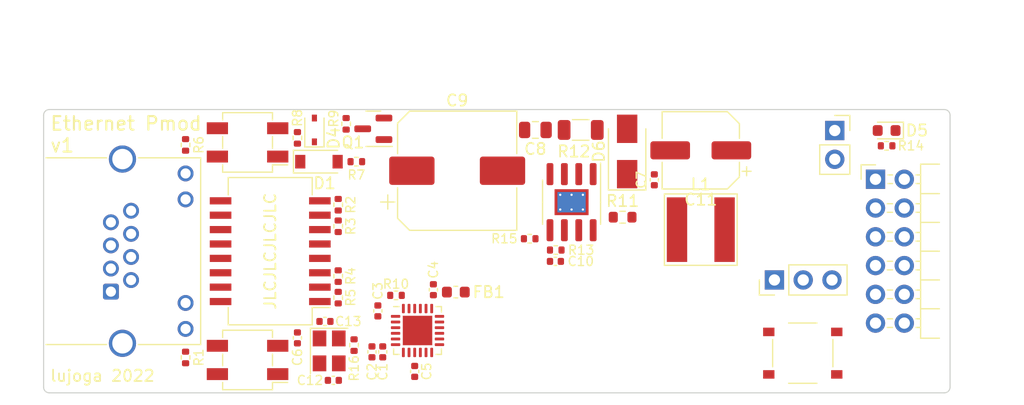
<source format=kicad_pcb>
(kicad_pcb (version 20211014) (generator pcbnew)
  (layers (0 "F.Cu" signal) (31 "B.Cu" signal) (34 "B.Paste" user) (35 "F.Paste" user) (36 "B.SilkS" user "B.Silkscreen") (37 "F.SilkS" user "F.Silkscreen") (38 "B.Mask" user) (39 "F.Mask" user) (44 "Edge.Cuts" user))
  (net 0 "")
  (net 1 "+1V2")
  (net 2 "GND")
  (net 3 "VDDA")
  (net 4 "+3V3")
  (net 5 "Net-(C7-Pad1)")
  (net 6 "Net-(C7-Pad2)")
  (net 7 "VDC")
  (net 8 "GND1")
  (net 9 "+5V")
  (net 10 "Net-(C10-Pad2)")
  (net 11 "Net-(D1-Pad2)")
  (net 12 "/DC+A")
  (net 13 "Net-(D2-Pad3)")
  (net 14 "/DC-A")
  (net 15 "/DC+B")
  (net 16 "/DC-B")
  (net 17 "Net-(D4-Pad1)")
  (net 18 "Net-(D5-Pad1)")
  (net 19 "/LED2")
  (net 20 "/LED1")
  (net 21 "/RXD1")
  (net 22 "/RXER")
  (net 23 "/REFCLK")
  (net 24 "/TXD0")
  (net 25 "/RXD0")
  (net 26 "/CRS_DV")
  (net 27 "/TXEN")
  (net 28 "/TXD1")
  (net 29 "/MDIO")
  (net 30 "/MDC")
  (net 31 "/TXN")
  (net 32 "/TXP")
  (net 33 "/RXN")
  (net 34 "/RXP")
  (net 35 "Net-(R10-Pad1)")
  (net 36 "Net-(R11-Pad1)")
  (net 37 "Net-(R12-Pad2)")
  (net 38 "Net-(SW1-Pad2)")
  (net 39 "Net-(C12-Pad1)")
  (net 40 "Net-(C13-Pad1)")
  (net 43 "Net-(R16-Pad2)")
  (net 44 "/RX-")
  (net 45 "/RX+")
  (net 46 "/TX-")
  (net 47 "/TX+")
  (net 48 "Net-(J1-Pad9)")
  (net 49 "Net-(J1-Pad12)")
  (footprint "Capacitor_SMD:C_0402_1005Metric" (layer "F.Cu") (at 134.83 106.2)
    (fp_text reference "C13" (at 0.82 0) (layer "F.SilkS") (effects (font (size 0.8 0.8) (thickness 0.12)) (justify left)))
    (fp_text value "12p")
    (fp_line (start -0.107836 0.36) (end 0.107836 0.36) (layer "F.SilkS") (width 0.12))
    (fp_line (start -0.107836 -0.36) (end 0.107836 -0.36) (layer "F.SilkS") (width 0.12))
    (pad "1" smd roundrect (at -0.48 0) (size 0.56 0.62) (layers "F.Cu" "F.Paste" "F.Mask") (net 40 "Net-(C13-Pad1)"))
    (pad "2" smd roundrect (at 0.48 0) (size 0.56 0.62) (layers "F.Cu" "F.Paste" "F.Mask") (net 2 "GND"))
  )
  (footprint "Capacitor_SMD:C_0402_1005Metric" (layer "F.Cu") (at 155.17 100.9 180)
    (fp_text reference "C10" (at -1 0) (layer "F.SilkS") (effects (font (size 0.8 0.8) (thickness 0.12)) (justify left)))
    (fp_text value "12p" hide)
    (fp_line (start -0.107836 0.36) (end 0.107836 0.36) (layer "F.SilkS") (width 0.12))
    (fp_line (start -0.107836 -0.36) (end 0.107836 -0.36) (layer "F.SilkS") (width 0.12))
    (pad "1" smd roundrect (at -0.48 0 180) (size 0.56 0.62) (layers "F.Cu" "F.Paste" "F.Mask") (net 9 "+5V"))
    (pad "2" smd roundrect (at 0.48 0 180) (size 0.56 0.62) (layers "F.Cu" "F.Paste" "F.Mask") (net 10 "Net-(C10-Pad2)"))
  )
  (footprint "Resistor_SMD:R_0603_1608Metric" (layer "F.Cu") (at 161.1 97)
    (fp_text reference "R11" (at 0 -1.43) (layer "F.SilkS"))
    (fp_text value "5R1")
    (fp_line (start -0.237258 -0.5225) (end 0.237258 -0.5225) (layer "F.SilkS") (width 0.12))
    (fp_line (start -0.237258 0.5225) (end 0.237258 0.5225) (layer "F.SilkS") (width 0.12))
    (pad "1" smd roundrect (at -0.825 0) (size 0.8 0.95) (layers "F.Cu" "F.Paste" "F.Mask") (net 36 "Net-(R11-Pad1)"))
    (pad "2" smd roundrect (at 0.825 0) (size 0.8 0.95) (layers "F.Cu" "F.Paste" "F.Mask") (net 5 "Net-(C7-Pad1)"))
  )
  (footprint "Resistor_SMD:R_0402_1005Metric" (layer "F.Cu") (at 136 104.1 -90)
    (fp_text reference "R5" (at 0 -1.1 90) (layer "F.SilkS") (effects (font (size 0.8 0.8) (thickness 0.12))))
    (fp_text value "49R9")
    (fp_line (start -0.153641 0.38) (end 0.153641 0.38) (layer "F.SilkS") (width 0.12))
    (fp_line (start -0.153641 -0.38) (end 0.153641 -0.38) (layer "F.SilkS") (width 0.12))
    (pad "1" smd roundrect (at -0.51 0 270) (size 0.54 0.64) (layers "F.Cu" "F.Paste" "F.Mask") (net 3 "VDDA"))
    (pad "2" smd roundrect (at 0.51 0 270) (size 0.54 0.64) (layers "F.Cu" "F.Paste" "F.Mask") (net 34 "/RXP"))
  )
  (footprint "Connector_PinHeader_2.54mm:PinHeader_1x03_P2.54mm_Vertical" (layer "F.Cu") (at 174.5 102.54 90)
    (fp_text reference "J3" hide)
    (fp_text value "SMI")
    (fp_line (start -1.33 6.41) (end 1.33 6.41) (layer "F.SilkS") (width 0.12))
    (fp_line (start -1.33 1.27) (end -1.33 6.41) (layer "F.SilkS") (width 0.12))
    (fp_line (start -1.33 -1.33) (end 0 -1.33) (layer "F.SilkS") (width 0.12))
    (fp_line (start -1.33 0) (end -1.33 -1.33) (layer "F.SilkS") (width 0.12))
    (fp_line (start 1.33 1.27) (end 1.33 6.41) (layer "F.SilkS") (width 0.12))
    (fp_line (start -1.33 1.27) (end 1.33 1.27) (layer "F.SilkS") (width 0.12))
    (pad "1" thru_hole rect (at 0 0 90) (size 1.7 1.7) (drill 1) (layers *.Cu *.Mask) (net 29 "/MDIO"))
    (pad "2" thru_hole oval (at 0 2.54 90) (size 1.7 1.7) (drill 1) (layers *.Cu *.Mask) (net 30 "/MDC"))
    (pad "3" thru_hole oval (at 0 5.08 90) (size 1.7 1.7) (drill 1) (layers *.Cu *.Mask) (net 2 "GND"))
  )
  (footprint "Capacitor_SMD:C_0402_1005Metric" (layer "F.Cu") (at 135.57 111.4 180)
    (fp_text reference "C12" (at 0.82 0) (layer "F.SilkS") (effects (font (size 0.8 0.8) (thickness 0.12)) (justify right)))
    (fp_text value "12p")
    (fp_line (start -0.107836 0.36) (end 0.107836 0.36) (layer "F.SilkS") (width 0.12))
    (fp_line (start -0.107836 -0.36) (end 0.107836 -0.36) (layer "F.SilkS") (width 0.12))
    (pad "1" smd roundrect (at -0.48 0 180) (size 0.56 0.62) (layers "F.Cu" "F.Paste" "F.Mask") (net 39 "Net-(C12-Pad1)"))
    (pad "2" smd roundrect (at 0.48 0 180) (size 0.56 0.62) (layers "F.Cu" "F.Paste" "F.Mask") (net 2 "GND"))
  )
  (footprint "Package_TO_SOT_SMD:SOT-23" (layer "F.Cu") (at 139.1 89.2 180)
    (fp_text reference "Q1" (at 1.8 -1.2) (layer "F.SilkS"))
    (fp_text value "60V")
    (fp_line (start 0 -1.56) (end 0.65 -1.56) (layer "F.SilkS") (width 0.12))
    (fp_line (start 0 -1.56) (end -1.675 -1.56) (layer "F.SilkS") (width 0.12))
    (fp_line (start 0 1.56) (end 0.65 1.56) (layer "F.SilkS") (width 0.12))
    (fp_line (start 0 1.56) (end -0.65 1.56) (layer "F.SilkS") (width 0.12))
    (pad "1" smd roundrect (at -0.9375 -0.95 180) (size 1.475 0.6) (layers "F.Cu" "F.Paste" "F.Mask") (net 17 "Net-(D4-Pad1)"))
    (pad "2" smd roundrect (at -0.9375 0.95 180) (size 1.475 0.6) (layers "F.Cu" "F.Paste" "F.Mask") (net 13 "Net-(D2-Pad3)"))
    (pad "3" smd roundrect (at 0.9375 0 180) (size 1.475 0.6) (layers "F.Cu" "F.Paste" "F.Mask") (net 8 "GND1"))
  )
  (footprint "Capacitor_SMD:CP_Elec_10x10" (layer "F.Cu") (at 146.5 92.9)
    (fp_text reference "C9" (at 0 -6.2) (layer "F.SilkS"))
    (fp_text value "100u")
    (fp_line (start -6.125 2.135) (end -6.125 3.385) (layer "F.SilkS") (width 0.12))
    (fp_line (start -5.26 -4.195563) (end -5.26 -1.51) (layer "F.SilkS") (width 0.12))
    (fp_line (start -6.75 2.76) (end -5.5 2.76) (layer "F.SilkS") (width 0.12))
    (fp_line (start -4.195563 5.26) (end 5.26 5.26) (layer "F.SilkS") (width 0.12))
    (fp_line (start 5.26 5.26) (end 5.26 1.51) (layer "F.SilkS") (width 0.12))
    (fp_line (start -4.195563 -5.26) (end 5.26 -5.26) (layer "F.SilkS") (width 0.12))
    (fp_line (start -5.26 -4.195563) (end -4.195563 -5.26) (layer "F.SilkS") (width 0.12))
    (fp_line (start -5.26 4.195563) (end -4.195563 5.26) (layer "F.SilkS") (width 0.12))
    (fp_line (start 5.26 -5.26) (end 5.26 -1.51) (layer "F.SilkS") (width 0.12))
    (fp_line (start -5.26 4.195563) (end -5.26 1.51) (layer "F.SilkS") (width 0.12))
    (pad "1" smd roundrect (at -4 0) (size 4 2.5) (layers "F.Cu" "F.Paste" "F.Mask") (roundrect_rratio 0.1) (net 7 "VDC"))
    (pad "2" smd roundrect (at 4 0) (size 4 2.5) (layers "F.Cu" "F.Paste" "F.Mask") (roundrect_rratio 0.1) (net 8 "GND1"))
  )
  (footprint "Connector_PinSocket_2.54mm:PinSocket_1x02_P2.54mm_Vertical" (layer "F.Cu") (at 179.825 89.35)
    (fp_text reference "J4" hide)
    (fp_text value "PoE")
    (fp_line (start -1.33 1.27) (end -1.33 3.87) (layer "F.SilkS") (width 0.12))
    (fp_line (start 0 -1.33) (end 1.33 -1.33) (layer "F.SilkS") (width 0.12))
    (fp_line (start -1.33 3.87) (end 1.33 3.87) (layer "F.SilkS") (width 0.12))
    (fp_line (start 1.33 -1.33) (end 1.33 0) (layer "F.SilkS") (width 0.12))
    (fp_line (start -1.33 1.27) (end 1.33 1.27) (layer "F.SilkS") (width 0.12))
    (fp_line (start 1.33 1.27) (end 1.33 3.87) (layer "F.SilkS") (width 0.12))
    (pad "1" thru_hole rect (at 0 0) (size 1.7 1.7) (drill 1) (layers *.Cu *.Mask) (net 9 "+5V"))
    (pad "2" thru_hole oval (at 0 2.54) (size 1.7 1.7) (drill 1) (layers *.Cu *.Mask) (net 8 "GND1"))
  )
  (footprint "Capacitor_SMD:C_0402_1005Metric" (layer "F.Cu") (at 139.5 105.27 90)
    (fp_text reference "C3" (at 0.9 0 90) (layer "F.SilkS") (effects (font (size 0.8 0.8) (thickness 0.12)) (justify left)))
    (fp_text value "100n")
    (fp_line (start -0.107836 -0.36) (end 0.107836 -0.36) (layer "F.SilkS") (width 0.12))
    (fp_line (start -0.107836 0.36) (end 0.107836 0.36) (layer "F.SilkS") (width 0.12))
    (pad "1" smd roundrect (at -0.48 0 90) (size 0.56 0.62) (layers "F.Cu" "F.Paste" "F.Mask") (net 3 "VDDA"))
    (pad "2" smd roundrect (at 0.48 0 90) (size 0.56 0.62) (layers "F.Cu" "F.Paste" "F.Mask") (net 2 "GND"))
  )
  (footprint "Capacitor_SMD:CP_Elec_6.3x7.7" (layer "F.Cu") (at 168 91.1 180)
    (fp_text reference "C11" (at 0 -4.35) (layer "F.SilkS"))
    (fp_text value "470u")
    (fp_line (start -2.345563 3.41) (end 3.41 3.41) (layer "F.SilkS") (width 0.12))
    (fp_line (start 3.41 -3.41) (end 3.41 -1.06) (layer "F.SilkS") (width 0.12))
    (fp_line (start 3.41 3.41) (end 3.41 1.06) (layer "F.SilkS") (width 0.12))
    (fp_line (start -3.41 -2.345563) (end -2.345563 -3.41) (layer "F.SilkS") (width 0.12))
    (fp_line (start -2.345563 -3.41) (end 3.41 -3.41) (layer "F.SilkS") (width 0.12))
    (fp_line (start -3.41 2.345563) (end -3.41 1.06) (layer "F.SilkS") (width 0.12))
    (fp_line (start -4.04375 -2.24125) (end -4.04375 -1.45375) (layer "F.SilkS") (width 0.12))
    (fp_line (start -3.41 -2.345563) (end -3.41 -1.06) (layer "F.SilkS") (width 0.12))
    (fp_line (start -3.41 2.345563) (end -2.345563 3.41) (layer "F.SilkS") (width 0.12))
    (fp_line (start -4.4375 -1.8475) (end -3.65 -1.8475) (layer "F.SilkS") (width 0.12))
    (pad "1" smd roundrect (at -2.7 0 180) (size 3.5 1.6) (layers "F.Cu" "F.Paste" "F.Mask") (roundrect_rratio 0.15625) (net 9 "+5V"))
    (pad "2" smd roundrect (at 2.7 0 180) (size 3.5 1.6) (layers "F.Cu" "F.Paste" "F.Mask") (roundrect_rratio 0.15625) (net 8 "GND1"))
  )
  (footprint "Resistor_SMD:R_0402_1005Metric" (layer "F.Cu") (at 141.1 103.9 180)
    (fp_text reference "R10" (at 0 1) (layer "F.SilkS") (effects (font (size 0.8 0.8) (thickness 0.12))))
    (fp_text value "12k1")
    (fp_line (start -0.153641 -0.38) (end 0.153641 -0.38) (layer "F.SilkS") (width 0.12))
    (fp_line (start -0.153641 0.38) (end 0.153641 0.38) (layer "F.SilkS") (width 0.12))
    (pad "1" smd roundrect (at -0.51 0 180) (size 0.54 0.64) (layers "F.Cu" "F.Paste" "F.Mask") (net 35 "Net-(R10-Pad1)"))
    (pad "2" smd roundrect (at 0.51 0 180) (size 0.54 0.64) (layers "F.Cu" "F.Paste" "F.Mask") (net 2 "GND"))
  )
  (footprint "Diode_SMD:D_SMA" (layer "F.Cu") (at 161.5 91.2 90)
    (fp_text reference "D6" (at 0 -2.5 90) (layer "F.SilkS"))
    (fp_text value "SS510")
    (fp_line (start -3.4 1.65) (end 2 1.65) (layer "F.SilkS") (width 0.12))
    (fp_line (start -3.4 -1.65) (end -3.4 1.65) (layer "F.SilkS") (width 0.12))
    (fp_line (start -3.4 -1.65) (end 2 -1.65) (layer "F.SilkS") (width 0.12))
    (pad "1" smd rect (at -2 0 90) (size 2.5 1.8) (layers "F.Cu" "F.Paste" "F.Mask") (net 6 "Net-(C7-Pad2)"))
    (pad "2" smd rect (at 2 0 90) (size 2.5 1.8) (layers "F.Cu" "F.Paste" "F.Mask") (net 8 "GND1"))
  )
  (footprint "Inductor_SMD:L_0603_1608Metric" (layer "F.Cu") (at 146.38 103.61 180)
    (fp_text reference "FB1" (at -1.4 0) (layer "F.SilkS") (effects (justify left)))
    (fp_text value "Ferrite Bead")
    (fp_line (start -0.162779 0.51) (end 0.162779 0.51) (layer "F.SilkS") (width 0.12))
    (fp_line (start -0.162779 -0.51) (end 0.162779 -0.51) (layer "F.SilkS") (width 0.12))
    (pad "1" smd roundrect (at -0.7875 0 180) (size 0.875 0.95) (layers "F.Cu" "F.Paste" "F.Mask") (net 4 "+3V3"))
    (pad "2" smd roundrect (at 0.7875 0 180) (size 0.875 0.95) (layers "F.Cu" "F.Paste" "F.Mask") (net 3 "VDDA"))
  )
  (footprint "Resistor_SMD:R_0402_1005Metric" (layer "F.Cu") (at 122.53 90.62 -90)
    (fp_text reference "R6" (at 0 -1.17 90) (layer "F.SilkS") (effects (font (size 0.8 0.8) (thickness 0.12))))
    (fp_text value "332R")
    (fp_line (start -0.153641 0.38) (end 0.153641 0.38) (layer "F.SilkS") (width 0.12))
    (fp_line (start -0.153641 -0.38) (end 0.153641 -0.38) (layer "F.SilkS") (width 0.12))
    (pad "1" smd roundrect (at -0.51 0 270) (size 0.54 0.64) (layers "F.Cu" "F.Paste" "F.Mask") (net 20 "/LED1"))
    (pad "2" smd roundrect (at 0.51 0 270) (size 0.54 0.64) (layers "F.Cu" "F.Paste" "F.Mask") (net 49 "Net-(J1-Pad12)"))
  )
  (footprint "Resistor_SMD:R_0402_1005Metric" (layer "F.Cu") (at 136 102.2 90)
    (fp_text reference "R4" (at 0 1.1 90) (layer "F.SilkS") (effects (font (size 0.8 0.8) (thickness 0.12))))
    (fp_text value "49R9")
    (fp_line (start -0.153641 0.38) (end 0.153641 0.38) (layer "F.SilkS") (width 0.12))
    (fp_line (start -0.153641 -0.38) (end 0.153641 -0.38) (layer "F.SilkS") (width 0.12))
    (pad "1" smd roundrect (at -0.51 0 90) (size 0.54 0.64) (layers "F.Cu" "F.Paste" "F.Mask") (net 3 "VDDA"))
    (pad "2" smd roundrect (at 0.51 0 90) (size 0.54 0.64) (layers "F.Cu" "F.Paste" "F.Mask") (net 33 "/RXN"))
  )
  (footprint "Capacitor_SMD:C_0402_1005Metric" (layer "F.Cu") (at 132.4 107.65 -90)
    (fp_text reference "C6" (at 0.85 0 90) (layer "F.SilkS") (effects (font (size 0.8 0.8) (thickness 0.12)) (justify right)))
    (fp_text value "22n")
    (fp_line (start -0.107836 -0.36) (end 0.107836 -0.36) (layer "F.SilkS") (width 0.12))
    (fp_line (start -0.107836 0.36) (end 0.107836 0.36) (layer "F.SilkS") (width 0.12))
    (pad "1" smd roundrect (at -0.48 0 270) (size 0.56 0.62) (layers "F.Cu" "F.Paste" "F.Mask") (net 3 "VDDA"))
    (pad "2" smd roundrect (at 0.48 0 270) (size 0.56 0.62) (layers "F.Cu" "F.Paste" "F.Mask") (net 2 "GND"))
  )
  (footprint "Connector_PinHeader_2.54mm:PinHeader_2x06_P2.54mm_Horizontal" (layer "F.Cu") (at 183.42 93.65)
    (fp_text reference "J2" hide)
    (fp_text value "PMOD")
    (fp_line (start 1.042929 7.24) (end 1.497071 7.24) (layer "F.SilkS") (width 0.12))
    (fp_line (start 3.582929 2.16) (end 3.98 2.16) (layer "F.SilkS") (width 0.12))
    (fp_line (start 3.98 14.03) (end 5.64 14.03) (layer "F.SilkS") (width 0.12))
    (fp_line (start 1.042929 2.92) (end 1.497071 2.92) (layer "F.SilkS") (width 0.12))
    (fp_line (start -1.27 0) (end -1.27 -1.27) (layer "F.SilkS") (width 0.12))
    (fp_line (start 1.042929 12.32) (end 1.497071 12.32) (layer "F.SilkS") (width 0.12))
    (fp_line (start 1.042929 8) (end 1.497071 8) (layer "F.SilkS") (width 0.12))
    (fp_line (start 1.042929 10.54) (end 1.497071 10.54) (layer "F.SilkS") (width 0.12))
    (fp_line (start 3.98 6.35) (end 5.64 6.35) (layer "F.SilkS") (width 0.12))
    (fp_line (start 3.582929 7.24) (end 3.98 7.24) (layer "F.SilkS") (width 0.12))
    (fp_line (start 3.582929 9.78) (end 3.98 9.78) (layer "F.SilkS") (width 0.12))
    (fp_line (start 3.582929 0.38) (end 3.98 0.38) (layer "F.SilkS") (width 0.12))
    (fp_line (start 3.582929 4.7) (end 3.98 4.7) (layer "F.SilkS") (width 0.12))
    (fp_line (start 1.042929 5.46) (end 1.497071 5.46) (layer "F.SilkS") (width 0.12))
    (fp_line (start 1.042929 4.7) (end 1.497071 4.7) (layer "F.SilkS") (width 0.12))
    (fp_line (start 3.98 1.27) (end 5.64 1.27) (layer "F.SilkS") (width 0.12))
    (fp_line (start 3.582929 10.54) (end 3.98 10.54) (layer "F.SilkS") (width 0.12))
    (fp_line (start 3.582929 13.08) (end 3.98 13.08) (layer "F.SilkS") (width 0.12))
    (fp_line (start 3.98 8.89) (end 5.64 8.89) (layer "F.SilkS") (width 0.12))
    (fp_line (start 3.582929 12.32) (end 3.98 12.32) (layer "F.SilkS") (width 0.12))
    (fp_line (start 3.582929 8) (end 3.98 8) (layer "F.SilkS") (width 0.12))
    (fp_line (start 5.64 -1.33) (end 3.98 -1.33) (layer "F.SilkS") (width 0.12))
    (fp_line (start 1.042929 13.08) (end 1.497071 13.08) (layer "F.SilkS") (width 0.12))
    (fp_line (start 3.98 -1.33) (end 3.98 14.03) (layer "F.SilkS") (width 0.12))
    (fp_line (start -1.27 -1.27) (end 0 -1.27) (layer "F.SilkS") (width 0.12))
    (fp_line (start 3.582929 2.92) (end 3.98 2.92) (layer "F.SilkS") (width 0.12))
    (fp_line (start 1.042929 9.78) (end 1.497071 9.78) (layer "F.SilkS") (width 0.12))
    (fp_line (start 3.98 3.81) (end 5.64 3.81) (layer "F.SilkS") (width 0.12))
    (fp_line (start 1.11 -0.38) (end 1.497071 -0.38) (layer "F.SilkS") (width 0.12))
    (fp_line (start 1.042929 2.16) (end 1.497071 2.16) (layer "F.SilkS") (width 0.12))
    (fp_line (start 3.582929 5.46) (end 3.98 5.46) (layer "F.SilkS") (width 0.12))
    (fp_line (start 3.582929 -0.38) (end 3.98 -0.38) (layer "F.SilkS") (width 0.12))
    (fp_line (start 1.11 0.38) (end 1.497071 0.38) (layer "F.SilkS") (width 0.12))
    (fp_line (start 3.98 11.43) (end 5.64 11.43) (layer "F.SilkS") (width 0.12))
    (pad "1" thru_hole rect (at 0 0) (size 1.7 1.7) (drill 1) (layers *.Cu *.Mask) (net 4 "+3V3"))
    (pad "2" thru_hole oval (at 2.54 0) (size 1.7 1.7) (drill 1) (layers *.Cu *.Mask) (net 4 "+3V3"))
    (pad "3" thru_hole oval (at 0 2.54) (size 1.7 1.7) (drill 1) (layers *.Cu *.Mask) (net 2 "GND"))
    (pad "4" thru_hole oval (at 2.54 2.54) (size 1.7 1.7) (drill 1) (layers *.Cu *.Mask) (net 2 "GND"))
    (pad "5" thru_hole oval (at 0 5.08) (size 1.7 1.7) (drill 1) (layers *.Cu *.Mask) (net 24 "/TXD0"))
    (pad "6" thru_hole oval (at 2.54 5.08) (size 1.7 1.7) (drill 1) (layers *.Cu *.Mask) (net 28 "/TXD1"))
    (pad "7" thru_hole oval (at 0 7.62) (size 1.7 1.7) (drill 1) (layers *.Cu *.Mask) (net 23 "/REFCLK"))
    (pad "8" thru_hole oval (at 2.54 7.62) (size 1.7 1.7) (drill 1) (layers *.Cu *.Mask) (net 27 "/TXEN"))
    (pad "9" thru_hole oval (at 0 10.16) (size 1.7 1.7) (drill 1) (layers *.Cu *.Mask) (net 22 "/RXER"))
    (pad "10" thru_hole oval (at 2.54 10.16) (size 1.7 1.7) (drill 1) (layers *.Cu *.Mask) (net 26 "/CRS_DV"))
    (pad "11" thru_hole oval (at 0 12.7) (size 1.7 1.7) (drill 1) (layers *.Cu *.Mask) (net 21 "/RXD1"))
    (pad "12" thru_hole oval (at 2.54 12.7) (size 1.7 1.7) (drill 1) (layers *.Cu *.Mask) (net 25 "/RXD0"))
  )
  (footprint "Resistor_SMD:R_0402_1005Metric" (layer "F.Cu") (at 136 95.9 90)
    (fp_text reference "R2" (at 0 1.1 90) (layer "F.SilkS") (effects (font (size 0.8 0.8) (thickness 0.12))))
    (fp_text value "49R9")
    (fp_line (start -0.153641 -0.38) (end 0.153641 -0.38) (layer "F.SilkS") (width 0.12))
    (fp_line (start -0.153641 0.38) (end 0.153641 0.38) (layer "F.SilkS") (width 0.12))
    (pad "1" smd roundrect (at -0.51 0 90) (size 0.54 0.64) (layers "F.Cu" "F.Paste" "F.Mask") (net 3 "VDDA"))
    (pad "2" smd roundrect (at 0.51 0 90) (size 0.54 0.64) (layers "F.Cu" "F.Paste" "F.Mask") (net 31 "/TXN"))
  )
  (footprint "LED_SMD:LED_0603_1608Metric" (layer "F.Cu") (at 184.4 89.35 180)
    (fp_text reference "D5" (at -1.6 0) (layer "F.SilkS") (effects (justify left)))
    (fp_text value "BLUE")
    (fp_line (start 0.8 -0.735) (end -1.485 -0.735) (layer "F.SilkS") (width 0.12))
    (fp_line (start -1.485 0.735) (end 0.8 0.735) (layer "F.SilkS") (width 0.12))
    (fp_line (start -1.485 -0.735) (end -1.485 0.735) (layer "F.SilkS") (width 0.12))
    (pad "1" smd roundrect (at -0.7875 0 180) (size 0.875 0.95) (layers "F.Cu" "F.Paste" "F.Mask") (net 18 "Net-(D5-Pad1)"))
    (pad "2" smd roundrect (at 0.7875 0 180) (size 0.875 0.95) (layers "F.Cu" "F.Paste" "F.Mask") (net 9 "+5V"))
  )
  (footprint "ethernet-pmod:Diode_Bridge_Diodes_MBF" (layer "F.Cu") (at 128 109.6 180)
    (fp_text reference "D2" hide)
    (fp_text value "D_Bridge_+A-A")
    (fp_line (start 2.2 -2.625) (end 2.2 -1.985) (layer "F.SilkS") (width 0.12))
    (fp_line (start -2.2 -2.625) (end 2.2 -2.625) (layer "F.SilkS") (width 0.12))
    (fp_line (start 2.2 2.625) (end 2.2 1.985) (layer "F.SilkS") (width 0.12))
    (fp_line (start -2.2 2.625) (end 2.2 2.625) (layer "F.SilkS") (width 0.12))
    (fp_line (start -2.2 -0.515) (end -2.2 0.515) (layer "F.SilkS") (width 0.12))
    (fp_line (start -2.2 -1.985) (end -3.54 -1.985) (layer "F.SilkS") (width 0.12))
    (fp_line (start -2.2 1.985) (end -2.2 2.625) (layer "F.SilkS") (width 0.12))
    (fp_line (start -2.2 -1.985) (end -2.2 -2.625) (layer "F.SilkS") (width 0.12))
    (fp_line (start 2.2 -0.515) (end 2.2 0.515) (layer "F.SilkS") (width 0.12))
    (pad "1" smd rect (at -2.6625 -1.25 270) (size 1.05 1.875) (layers "F.Cu" "F.Paste" "F.Mask") (net 7 "VDC"))
    (pad "2" smd rect (at 2.6625 -1.25 270) (size 1.05 1.875) (layers "F.Cu" "F.Paste" "F.Mask") (net 12 "/DC+A"))
    (pad "3" smd rect (at -2.6625 1.25 270) (size 1.05 1.875) (layers "F.Cu" "F.Paste" "F.Mask") (net 13 "Net-(D2-Pad3)"))
    (pad "4" smd rect (at 2.6625 1.25 270) (size 1.05 1.875) (layers "F.Cu" "F.Paste" "F.Mask") (net 14 "/DC-A"))
  )
  (footprint "Resistor_SMD:R_0402_1005Metric" (layer "F.Cu") (at 137.4 108.29 90)
    (fp_text reference "R16" (at -0.81 0 90) (layer "F.SilkS") (effects (font (size 0.8 0.8) (thickness 0.12)) (justify right)))
    (fp_text value "499R")
    (fp_line (start -0.153641 -0.38) (end 0.153641 -0.38) (layer "F.SilkS") (width 0.12))
    (fp_line (start -0.153641 0.38) (end 0.153641 0.38) (layer "F.SilkS") (width 0.12))
    (pad "1" smd roundrect (at -0.51 0 90) (size 0.54 0.64) (layers "F.Cu" "F.Paste" "F.Mask") (net 40 "Net-(C13-Pad1)"))
    (pad "2" smd roundrect (at 0.51 0 90) (size 0.54 0.64) (layers "F.Cu" "F.Paste" "F.Mask") (net 43 "Net-(R16-Pad2)"))
  )
  (footprint "ethernet-pmod:L_Cenker_CKCS60xx" (layer "F.Cu") (at 168 98.1)
    (fp_text reference "L1" (at 0 -4 unlocked) (layer "F.SilkS"))
    (fp_text value "33u")
    (fp_line (start 3.21 -3.15) (end 3.21 3.15) (layer "F.SilkS") (width 0.12))
    (fp_line (start 3.21 3.15) (end -3.21 3.15) (layer "F.SilkS") (width 0.12))
    (fp_line (start -3.21 -3.15) (end 3.21 -3.15) (layer "F.SilkS") (width 0.12))
    (fp_line (start -3.21 3.15) (end -3.21 -3.15) (layer "F.SilkS") (width 0.12))
    (pad "1" smd rect (at -2.1 0) (size 1.8 5.7) (layers "F.Cu" "F.Paste" "F.Mask") (net 6 "Net-(C7-Pad2)"))
    (pad "2" smd rect (at 2.1 0) (size 1.8 5.7) (layers "F.Cu" "F.Paste" "F.Mask") (net 9 "+5V"))
  )
  (footprint "Capacitor_SMD:C_0402_1005Metric" (layer "F.Cu") (at 144.4 103.4 90)
    (fp_text reference "C4" (at 0.9 0 90) (layer "F.SilkS") (effects (font (size 0.8 0.8) (thickness 0.12)) (justify left)))
    (fp_text value "100n")
    (fp_line (start -0.107836 -0.36) (end 0.107836 -0.36) (layer "F.SilkS") (width 0.12))
    (fp_line (start -0.107836 0.36) (end 0.107836 0.36) (layer "F.SilkS") (width 0.12))
    (pad "1" smd roundrect (at -0.48 0 90) (size 0.56 0.62) (layers "F.Cu" "F.Paste" "F.Mask") (net 3 "VDDA"))
    (pad "2" smd roundrect (at 0.48 0 90) (size 0.56 0.62) (layers "F.Cu" "F.Paste" "F.Mask") (net 2 "GND"))
  )
  (footprint "ethernet-pmod:Transformer_Ethernet_HanRun_HY601742" (layer "F.Cu") (at 130 100 90)
    (fp_text reference "TR1" hide)
    (fp_text value "HY601742")
    (fp_line (start -6.5 -3.706) (end -4.9725 -3.706) (layer "F.SilkS") (width 0.12))
    (fp_line (start 6.5 -3.706) (end 6.5 3.706) (layer "F.SilkS") (width 0.12))
    (fp_line (start 6.5 -3.706) (end 4.9725 -3.706) (layer "F.SilkS") (width 0.12))
    (fp_line (start 6.5 3.706) (end 4.9725 3.706) (layer "F.SilkS") (width 0.12))
    (fp_line (start -6.5 3.706) (end -4.9725 3.706) (layer "F.SilkS") (width 0.12))
    (fp_line (start -4.9725 3.706) (end -4.9725 5.274) (layer "F.SilkS") (width 0.12))
    (fp_line (start -6.5 -3.706) (end -6.5 3.706) (layer "F.SilkS") (width 0.12))
    (pad "1" smd rect (at -4.445 4.3815 90) (size 0.635 1.905) (layers "F.Cu" "F.Paste" "F.Mask") (net 34 "/RXP"))
    (pad "2" smd rect (at -3.175 4.3815 90) (size 0.635 1.905) (layers "F.Cu" "F.Paste" "F.Mask") (net 3 "VDDA"))
    (pad "3" smd rect (at -1.905 4.3815 90) (size 0.635 1.905) (layers "F.Cu" "F.Paste" "F.Mask") (net 33 "/RXN"))
    (pad "4" smd rect (at -0.635 4.3815 90) (size 0.635 1.905) (layers "F.Cu" "F.Paste" "F.Mask"))
    (pad "5" smd rect (at 0.635 4.3815 90) (size 0.635 1.905) (layers "F.Cu" "F.Paste" "F.Mask"))
    (pad "6" smd rect (at 1.905 4.3815 90) (size 0.635 1.905) (layers "F.Cu" "F.Paste" "F.Mask") (net 32 "/TXP"))
    (pad "7" smd rect (at 3.175 4.3815 90) (size 0.635 1.905) (layers "F.Cu" "F.Paste" "F.Mask") (net 3 "VDDA"))
    (pad "8" smd rect (at 4.445 4.3815 90) (size 0.635 1.905) (layers "F.Cu" "F.Paste" "F.Mask") (net 31 "/TXN"))
    (pad "9" smd rect (at 4.445 -4.3815 90) (size 0.635 1.905) (layers "F.Cu" "F.Paste" "F.Mask") (net 46 "/TX-"))
    (pad "10" smd rect (at 3.175 -4.3815 90) (size 0.635 1.905) (layers "F.Cu" "F.Paste" "F.Mask") (net 14 "/DC-A"))
    (pad "11" smd rect (at 1.905 -4.3815 90) (size 0.635 1.905) (layers "F.Cu" "F.Paste" "F.Mask") (net 47 "/TX+"))
    (pad "12" smd rect (at 0.635 -4.3815 90) (size 0.635 1.905) (layers "F.Cu" "F.Paste" "F.Mask"))
    (pad "13" smd rect (at -0.635 -4.3815 90) (size 0.635 1.905) (layers "F.Cu" "F.Paste" "F.Mask"))
    (pad "14" smd rect (at -1.905 -4.3815 90) (size 0.635 1.905) (layers "F.Cu" "F.Paste" "F.Mask") (net 44 "/RX-"))
    (pad "15" smd rect (at -3.175 -4.3815 90) (size 0.635 1.905) (layers "F.Cu" "F.Paste" "F.Mask") (net 12 "/DC+A"))
    (pad "16" smd rect (at -4.445 -4.3815 90) (size 0.635 1.905) (layers "F.Cu" "F.Paste" "F.Mask") (net 45 "/RX+"))
  )
  (footprint "Resistor_SMD:R_0402_1005Metric" (layer "F.Cu") (at 122.53 109.38 90)
    (fp_text reference "R1" (at 0 1.17 90) (layer "F.SilkS") (effects (font (size 0.8 0.8) (thickness 0.12))))
    (fp_text value "332R")
    (fp_line (start -0.153641 -0.38) (end 0.153641 -0.38) (layer "F.SilkS") (width 0.12))
    (fp_line (start -0.153641 0.38) (end 0.153641 0.38) (layer "F.SilkS") (width 0.12))
    (pad "1" smd roundrect (at -0.51 0 90) (size 0.54 0.64) (layers "F.Cu" "F.Paste" "F.Mask") (net 19 "/LED2"))
    (pad "2" smd roundrect (at 0.51 0 90) (size 0.54 0.64) (layers "F.Cu" "F.Paste" "F.Mask") (net 48 "Net-(J1-Pad9)"))
  )
  (footprint "Capacitor_SMD:C_0402_1005Metric" (layer "F.Cu") (at 163.9 93.7 90)
    (fp_text reference "C7" (at 0 -1.16 90) (layer "F.SilkS") (effects (font (size 0.8 0.8) (thickness 0.12))))
    (fp_text value "100n")
    (fp_line (start -0.107836 -0.36) (end 0.107836 -0.36) (layer "F.SilkS") (width 0.12))
    (fp_line (start -0.107836 0.36) (end 0.107836 0.36) (layer "F.SilkS") (width 0.12))
    (pad "1" smd roundrect (at -0.48 0 90) (size 0.56 0.62) (layers "F.Cu" "F.Paste" "F.Mask") (net 5 "Net-(C7-Pad1)"))
    (pad "2" smd roundrect (at 0.48 0 90) (size 0.56 0.62) (layers "F.Cu" "F.Paste" "F.Mask") (net 6 "Net-(C7-Pad2)"))
  )
  (footprint "Resistor_SMD:R_0402_1005Metric" (layer "F.Cu") (at 152.9 98.9 180)
    (fp_text reference "R15" (at 1 0) (layer "F.SilkS") (effects (font (size 0.8 0.8) (thickness 0.12)) (justify right)))
    (fp_text value "57k6" hide)
    (fp_line (start -0.153641 0.38) (end 0.153641 0.38) (layer "F.SilkS") (width 0.12))
    (fp_line (start -0.153641 -0.38) (end 0.153641 -0.38) (layer "F.SilkS") (width 0.12))
    (pad "1" smd roundrect (at -0.51 0 180) (size 0.54 0.64) (layers "F.Cu" "F.Paste" "F.Mask") (net 10 "Net-(C10-Pad2)"))
    (pad "2" smd roundrect (at 0.51 0 180) (size 0.54 0.64) (layers "F.Cu" "F.Paste" "F.Mask") (net 8 "GND1"))
  )
  (footprint "Resistor_SMD:R_1206_3216Metric" (layer "F.Cu") (at 157.4 89.3)
    (fp_text reference "R12" (at -0.6 1.9) (layer "F.SilkS"))
    (fp_text value "28m 250mW")
    (fp_line (start -0.727064 0.91) (end 0.727064 0.91) (layer "F.SilkS") (width 0.12))
    (fp_line (start -0.727064 -0.91) (end 0.727064 -0.91) (layer "F.SilkS") (width 0.12))
    (pad "1" smd roundrect (at -1.4625 0) (size 1.125 1.75) (layers "F.Cu" "F.Paste" "F.Mask") (roundrect_rratio 0.222222) (net 7 "VDC"))
    (pad "2" smd roundrect (at 1.4625 0) (size 1.125 1.75) (layers "F.Cu" "F.Paste" "F.Mask") (roundrect_rratio 0.222222) (net 37 "Net-(R12-Pad2)"))
  )
  (footprint "Capacitor_SMD:C_0402_1005Metric" (layer "F.Cu") (at 139.93 108.885 -90)
    (fp_text reference "C1" (at 0.9 0 90) (layer "F.SilkS") (effects (font (size 0.8 0.8) (thickness 0.12)) (justify right)))
    (fp_text value "470p")
    (fp_line (start -0.107836 -0.36) (end 0.107836 -0.36) (layer "F.SilkS") (width 0.12))
    (fp_line (start -0.107836 0.36) (end 0.107836 0.36) (layer "F.SilkS") (width 0.12))
    (pad "1" smd roundrect (at -0.48 0 270) (size 0.56 0.62) (layers "F.Cu" "F.Paste" "F.Mask") (net 1 "+1V2"))
    (pad "2" smd roundrect (at 0.48 0 270) (size 0.56 0.62) (layers "F.Cu" "F.Paste" "F.Mask") (net 2 "GND"))
  )
  (footprint "ethernet-pmod:SW_Push_SPST_NO_XKB_TS-1187A-X-X-X" (layer "F.Cu") (at 177 109 180)
    (fp_text reference "SW1" hide)
    (fp_text value "RESET")
    (fp_line (start -1.25 2.66) (end 1.25 2.66) (layer "F.SilkS") (width 0.12))
    (fp_line (start -2.66 -1.2) (end -2.66 1.2) (layer "F.SilkS") (width 0.12))
    (fp_line (start 2.66 1.2) (end 2.66 -1.2) (layer "F.SilkS") (width 0.12))
    (fp_line (start 1.25 -2.66) (end -1.25 -2.66) (layer "F.SilkS") (width 0.12))
    (pad "1" smd rect (at -3 -1.875 180) (size 1 0.75) (layers "F.Cu" "F.Paste" "F.Mask") (net 2 "GND"))
    (pad "1" smd rect (at 3 -1.875 180) (size 1 0.75) (layers "F.Cu" "F.Paste" "F.Mask") (net 2 "GND"))
    (pad "2" smd rect (at 3 1.875 180) (size 1 0.75) (layers "F.Cu" "F.Paste" "F.Mask") (net 38 "Net-(SW1-Pad2)"))
    (pad "2" smd rect (at -3 1.875 180) (size 1 0.75) (layers "F.Cu" "F.Paste" "F.Mask") (net 38 "Net-(SW1-Pad2)"))
  )
  (footprint "Resistor_SMD:R_0402_1005Metric" (layer "F.Cu") (at 132.4 90 90)
    (fp_text reference "R8" (at 0.9 0 90) (layer "F.SilkS") (effects (font (size 0.8 0.8) (thickness 0.12)) (justify left)))
    (fp_text value "24k9")
    (fp_line (start -0.153641 0.38) (end 0.153641 0.38) (layer "F.SilkS") (width 0.12))
    (fp_line (start -0.153641 -0.38) (end 0.153641 -0.38) (layer "F.SilkS") (width 0.12))
    (pad "1" smd roundrect (at -0.51 0 90) (size 0.54 0.64) (layers "F.Cu" "F.Paste" "F.Mask") (net 7 "VDC"))
    (pad "2" smd roundrect (at 0.51 0 90) (size 0.54 0.64) (layers "F.Cu" "F.Paste" "F.Mask") (net 13 "Net-(D2-Pad3)"))
  )
  (footprint "Capacitor_SMD:C_0402_1005Metric" (layer "F.Cu") (at 142.75 110.61 -90)
    (fp_text reference "C5" (at 0 -1.05 90) (layer "F.SilkS") (effects (font (size 0.8 0.8) (thickness 0.12))))
    (fp_text value "100n")
    (fp_line (start -0.107836 0.36) (end 0.107836 0.36) (layer "F.SilkS") (width 0.12))
    (fp_line (start -0.107836 -0.36) (end 0.107836 -0.36) (layer "F.SilkS") (width 0.12))
    (pad "1" smd roundrect (at -0.48 0 270) (size 0.56 0.62) (layers "F.Cu" "F.Paste" "F.Mask") (net 4 "+3V3"))
    (pad "2" smd roundrect (at 0.48 0 270) (size 0.56 0.62) (layers "F.Cu" "F.Paste" "F.Mask") (net 2 "GND"))
  )
  (footprint "Diode_SMD:D_SOD-123" (layer "F.Cu") (at 134.3 92.1)
    (fp_text reference "D1" (at 0.5 1.9) (layer "F.SilkS"))
    (fp_text value "28V")
    (fp_line (start -2.25 -1) (end 1.65 -1) (layer "F.SilkS") (width 0.12))
    (fp_line (start -2.25 1) (end 1.65 1) (layer "F.SilkS") (width 0.12))
    (fp_line (start -2.25 -1) (end -2.25 1) (layer "F.SilkS") (width 0.12))
    (pad "1" smd rect (at -1.65 0) (size 0.9 1.2) (layers "F.Cu" "F.Paste" "F.Mask") (net 7 "VDC"))
    (pad "2" smd rect (at 1.65 0) (size 0.9 1.2) (layers "F.Cu" "F.Paste" "F.Mask") (net 11 "Net-(D1-Pad2)"))
  )
  (footprint "Package_SO:SOIC-8-1EP_3.9x4.9mm_P1.27mm_EP2.29x3mm_ThermalVias" (layer "F.Cu") (at 156.595 95.675 -90)
    (fp_text reference "U2" hide)
    (fp_text value "TX4138")
    (fp_line (start 0 -2.56) (end 1.95 -2.56) (layer "F.SilkS") (width 0.12))
    (fp_line (start 0 2.56) (end 1.95 2.56) (layer "F.SilkS") (width 0.12))
    (fp_line (start 0 -2.56) (end -3.45 -2.56) (layer "F.SilkS") (width 0.12))
    (fp_line (start 0 2.56) (end -1.95 2.56) (layer "F.SilkS") (width 0.12))
    (pad "1" smd roundrect (at -2.475 -1.905 270) (size 1.95 0.6) (layers "F.Cu" "F.Paste" "F.Mask") (net 6 "Net-(C7-Pad2)"))
    (pad "2" smd roundrect (at -2.475 -0.635 270) (size 1.95 0.6) (layers "F.Cu" "F.Paste" "F.Mask") (net 37 "Net-(R12-Pad2)"))
    (pad "3" smd roundrect (at -2.475 0.635 270) (size 1.95 0.6) (layers "F.Cu" "F.Paste" "F.Mask") (net 7 "VDC"))
    (pad "4" smd roundrect (at -2.475 1.905 270) (size 1.95 0.6) (layers "F.Cu" "F.Paste" "F.Mask") (net 8 "GND1"))
    (pad "5" smd roundrect (at 2.475 1.905 270) (size 1.95 0.6) (layers "F.Cu" "F.Paste" "F.Mask") (net 10 "Net-(C10-Pad2)"))
    (pad "6" smd roundrect (at 2.475 0.635 270) (size 1.95 0.6) (layers "F.Cu" "F.Paste" "F.Mask"))
    (pad "7" smd roundrect (at 2.475 -0.635 270) (size 1.95 0.6) (layers "F.Cu" "F.Paste" "F.Mask"))
    (pad "8" smd roundrect (at 2.475 -1.905 270) (size 1.95 0.6) (layers "F.Cu" "F.Paste" "F.Mask") (net 36 "Net-(R11-Pad1)"))
    (pad "9" thru_hole circle (at -0.65 0 270) (size 0.5 0.5) (drill 0.2) (layers *.Cu) (net 37 "Net-(R12-Pad2)"))
    (pad "9" thru_hole circle (at 0.65 1 270) (size 0.5 0.5) (drill 0.2) (layers *.Cu) (net 37 "Net-(R12-Pad2)"))
    (pad "9" thru_hole circle (at -0.65 1 270) (size 0.5 0.5) (drill 0.2) (layers *.Cu) (net 37 "Net-(R12-Pad2)"))
    (pad "9" thru_hole circle (at 0.65 -1 270) (size 0.5 0.5) (drill 0.2) (layers *.Cu) (net 37 "Net-(R12-Pad2)"))
    (pad "9" thru_hole circle (at -0.65 -1 270) (size 0.5 0.5) (drill 0.2) (layers *.Cu) (net 37 "Net-(R12-Pad2)"))
    (pad "9" thru_hole circle (at 0.65 0 270) (size 0.5 0.5) (drill 0.2) (layers *.Cu) (net 37 "Net-(R12-Pad2)"))
    (pad "9" smd rect (at 0 0 270) (size 1.8 2.5) (layers "B.Cu") (net 37 "Net-(R12-Pad2)"))
    (pad "9" smd rect (at 0 0 270) (size 2.29 3) (layers "F.Cu" "F.Mask") (net 37 "Net-(R12-Pad2)"))
  )
  (footprint "Package_DFN_QFN:QFN-24-1EP_4x4mm_P0.5mm_EP2.6x2.6mm" (layer "F.Cu") (at 143 107)
    (fp_text reference "U1" hide)
    (fp_text value "LAN8720A")
    (fp_line (start 1.635 -2.11) (end 2.11 -2.11) (layer "F.SilkS") (width 0.12))
    (fp_line (start 2.11 -2.11) (end 2.11 -1.635) (layer "F.SilkS") (width 0.12))
    (fp_line (start -1.635 2.11) (end -2.11 2.11) (layer "F.SilkS") (width 0.12))
    (fp_line (start -1.635 -2.11) (end -2.11 -2.11) (layer "F.SilkS") (width 0.12))
    (fp_line (start 1.635 2.11) (end 2.11 2.11) (layer "F.SilkS") (width 0.12))
    (fp_line (start 2.11 2.11) (end 2.11 1.635) (layer "F.SilkS") (width 0.12))
    (fp_line (start -2.11 2.11) (end -2.11 1.635) (layer "F.SilkS") (width 0.12))
    (pad "1" smd roundrect (at -1.9375 -1.25) (size 0.825 0.25) (layers "F.Cu" "F.Paste" "F.Mask") (net 3 "VDDA"))
    (pad "2" smd roundrect (at -1.9375 -0.75) (size 0.825 0.25) (layers "F.Cu" "F.Paste" "F.Mask") (net 19 "/LED2"))
    (pad "3" smd roundrect (at -1.9375 -0.25) (size 0.825 0.25) (layers "F.Cu" "F.Paste" "F.Mask") (net 20 "/LED1"))
    (pad "4" smd roundrect (at -1.9375 0.25) (size 0.825 0.25) (layers "F.Cu" "F.Paste" "F.Mask") (net 43 "Net-(R16-Pad2)"))
    (pad "5" smd roundrect (at -1.9375 0.75) (size 0.825 0.25) (layers "F.Cu" "F.Paste" "F.Mask") (net 39 "Net-(C12-Pad1)"))
    (pad "6" smd roundrect (at -1.9375 1.25) (size 0.825 0.25) (layers "F.Cu" "F.Paste" "F.Mask") (net 1 "+1V2"))
    (pad "7" smd roundrect (at -1.25 1.9375) (size 0.25 0.825) (layers "F.Cu" "F.Paste" "F.Mask") (net 21 "/RXD1"))
    (pad "8" smd roundrect (at -0.75 1.9375) (size 0.25 0.825) (layers "F.Cu" "F.Paste" "F.Mask") (net 25 "/RXD0"))
    (pad "9" smd roundrect (at -0.25 1.9375) (size 0.25 0.825) (layers "F.Cu" "F.Paste" "F.Mask") (net 4 "+3V3"))
    (pad "10" smd roundrect (at 0.25 1.9375) (size 0.25 0.825) (layers "F.Cu" "F.Paste" "F.Mask") (net 22 "/RXER"))
    (pad "11" smd roundrect (at 0.75 1.9375) (size 0.25 0.825) (layers "F.Cu" "F.Paste" "F.Mask") (net 26 "/CRS_DV"))
    (pad "12" smd roundrect (at 1.25 1.9375) (size 0.25 0.825) (layers "F.Cu" "F.Paste" "F.Mask") (net 29 "/MDIO"))
    (pad "13" smd roundrect (at 1.9375 1.25) (size 0.825 0.25) (layers "F.Cu" "F.Paste" "F.Mask") (net 30 "/MDC"))
    (pad "14" smd roundrect (at 1.9375 0.75) (size 0.825 0.25) (layers "F.Cu" "F.Paste" "F.Mask") (net 23 "/REFCLK"))
    (pad "15" smd roundrect (at 1.9375 0.25) (size 0.825 0.25) (layers "F.Cu" "F.Paste" "F.Mask") (net 38 "Net-(SW1-Pad2)"))
    (pad "16" smd roundrect (at 1.9375 -0.25) (size 0.825 0.25) (layers "F.Cu" "F.Paste" "F.Mask") (net 27 "/TXEN"))
    (pad "17" smd roundrect (at 1.9375 -0.75) (size 0.825 0.25) (layers "F.Cu" "F.Paste" "F.Mask") (net 24 "/TXD0"))
    (pad "18" smd roundrect (at 1.9375 -1.25) (size 0.825 0.25) (layers "F.Cu" "F.Paste" "F.Mask") (net 28 "/TXD1"))
    (pad "19" smd roundrect (at 1.25 -1.9375) (size 0.25 0.825) (layers "F.Cu" "F.Paste" "F.Mask") (net 3 "VDDA"))
    (pad "20" smd roundrect (at 0.75 -1.9375) (size 0.25 0.825) (layers "F.Cu" "F.Paste" "F.Mask") (net 31 "/TXN"))
    (pad "21" smd roundrect (at 0.25 -1.9375) (size 0.25 0.825) (layers "F.Cu" "F.Paste" "F.Mask") (net 32 "/TXP"))
    (pad "22" smd roundrect (at -0.25 -1.9375) (size 0.25 0.825) (layers "F.Cu" "F.Paste" "F.Mask") (net 33 "/RXN"))
    (pad "23" smd roundrect (at -0.75 -1.9375) (size 0.25 0.825) (layers "F.Cu" "F.Paste" "F.Mask") (net 34 "/RXP"))
    (pad "24" smd roundrect (at -1.25 -1.9375) (size 0.25 0.825) (layers "F.Cu" "F.Paste" "F.Mask") (net 35 "Net-(R10-Pad1)"))
    (pad "25" smd rect (at 0 0) (size 2.6 2.6) (layers "F.Cu" "F.Mask") (net 2 "GND"))
  )
  (footprint "Resistor_SMD:R_0402_1005Metric" (layer "F.Cu") (at 136.7 88.76 90)
    (fp_text reference "R9" (at 0.46 -1.1 90) (layer "F.SilkS") (effects (font (size 0.8 0.8) (thickness 0.12))))
    (fp_text value "249k")
    (fp_line (start -0.153641 0.38) (end 0.153641 0.38) (layer "F.SilkS") (width 0.12))
    (fp_line (start -0.153641 -0.38) (end 0.153641 -0.38) (layer "F.SilkS") (width 0.12))
    (pad "1" smd roundrect (at -0.51 0 90) (size 0.54 0.64) (layers "F.Cu" "F.Paste" "F.Mask") (net 17 "Net-(D4-Pad1)"))
    (pad "2" smd roundrect (at 0.51 0 90) (size 0.54 0.64) (layers "F.Cu" "F.Paste" "F.Mask") (net 13 "Net-(D2-Pad3)"))
  )
  (footprint "Diode_SMD:D_SOD-323" (layer "F.Cu") (at 133.9 89.3 90)
    (fp_text reference "D4" (at -1.8 1.7 90) (layer "F.SilkS") (effects (justify left)))
    (fp_text value "15V")
    (fp_line (start -1.5 0.85) (end 1.05 0.85) (layer "F.SilkS") (width 0.12))
    (fp_line (start -1.5 -0.85) (end 1.05 -0.85) (layer "F.SilkS") (width 0.12))
    (fp_line (start -1.5 -0.85) (end -1.5 0.85) (layer "F.SilkS") (width 0.12))
    (pad "1" smd rect (at -1.05 0 90) (size 0.6 0.45) (layers "F.Cu" "F.Paste" "F.Mask") (net 17 "Net-(D4-Pad1)"))
    (pad "2" smd rect (at 1.05 0 90) (size 0.6 0.45) (layers "F.Cu" "F.Paste" "F.Mask") (net 13 "Net-(D2-Pad3)"))
  )
  (footprint "ethernet-pmod:RJ45_Ckmtw_R-RJ45R08P-C000" (layer "F.Cu") (at 115.94 103.57 180)
    (fp_text reference "J1" hide)
    (fp_text value "RJ45_LED_Shielded")
    (fp_line (start -7.92 11.81) (end -2.42 11.81) (layer "F.SilkS") (width 0.12))
    (fp_line (start -7.92 -4.67) (end -2.42 -4.67) (layer "F.SilkS") (width 0.12))
    (fp_line (start 0.38 11.81) (end 5.73 11.81) (layer "F.SilkS") (width 0.12))
    (fp_line (start -7.92 -4.67) (end -7.92 11.81) (layer "F.SilkS") (width 0.12))
    (fp_line (start 0.38 -4.67) (end 5.73 -4.67) (layer "F.SilkS") (width 0.12))
    (pad "" np_thru_hole circle (at 2.54 9.92 270) (size 3.25 3.25) (drill 3.25) (layers *.Cu *.Mask))
    (pad "" np_thru_hole circle (at 2.54 -2.78 270) (size 3.25 3.25) (drill 3.25) (layers *.Cu *.Mask))
    (pad "1" thru_hole roundrect (at 0 0 270) (size 1.4 1.4) (drill 0.9) (layers *.Cu *.Mask) (roundrect_rratio 0.155) (net 47 "/TX+"))
    (pad "2" thru_hole circle (at -1.78 1.02 90) (size 1.4 1.4) (drill 0.9) (layers *.Cu *.Mask) (net 46 "/TX-"))
    (pad "3" thru_hole circle (at 0 2.04 270) (size 1.4 1.4) (drill 0.9) (layers *.Cu *.Mask) (net 45 "/RX+"))
    (pad "4" thru_hole circle (at -1.78 3.06 90) (size 1.4 1.4) (drill 0.9) (layers *.Cu *.Mask) (net 15 "/DC+B"))
    (pad "5" thru_hole circle (at 0 4.08 270) (size 1.4 1.4) (drill 0.9) (layers *.Cu *.Mask) (net 15 "/DC+B"))
    (pad "6" thru_hole circle (at -1.78 5.1 90) (size 1.4 1.4) (drill 0.9) (layers *.Cu *.Mask) (net 44 "/RX-"))
    (pad "7" thru_hole circle (at 0 6.12 270) (size 1.4 1.4) (drill 0.9) (layers *.Cu *.Mask) (net 16 "/DC-B"))
    (pad "8" thru_hole circle (at -1.78 7.14 90) (size 1.4 1.4) (drill 0.9) (layers *.Cu *.Mask) (net 16 "/DC-B"))
    (pad "9" thru_hole circle (at -6.59 -3.29 270) (size 1.4 1.4) (drill 0.9) (layers *.Cu *.Mask) (net 48 "Net-(J1-Pad9)"))
    (pad "10" thru_hole circle (at -6.59 -1 270) (size 1.4 1.4) (drill 0.9) (layers *.Cu *.Mask) (net 3 "VDDA"))
    (pad "11" thru_hole circle (at -6.59 8.14 270) (size 1.4 1.4) (drill 0.9) (layers *.Cu *.Mask) (net 2 "GND"))
    (pad "12" thru_hole circle (at -6.59 10.43 270) (size 1.4 1.4) (drill 0.9) (layers *.Cu *.Mask) (net 49 "Net-(J1-Pad12)"))
    (pad "SH" thru_hole circle (at -1.02 11.7 270) (size 2.4 2.4) (drill 1.8) (layers *.Cu *.Mask) (net 8 "GND1"))
    (pad "SH" thru_hole circle (at -1.02 -4.56 270) (size 2.4 2.4) (drill 1.8) (layers *.Cu *.Mask) (net 8 "GND1"))
  )
  (footprint "Resistor_SMD:R_0402_1005Metric" (layer "F.Cu") (at 155.2 99.9 180)
    (fp_text reference "R13" (at -1 0) (layer "F.SilkS") (effects (font (size 0.8 0.8) (thickness 0.12)) (justify left)))
    (fp_text value "300k" hide)
    (fp_line (start -0.153641 0.38) (end 0.153641 0.38) (layer "F.SilkS") (width 0.12))
    (fp_line (start -0.153641 -0.38) (end 0.153641 -0.38) (layer "F.SilkS") (width 0.12))
    (pad "1" smd roundrect (at -0.51 0 180) (size 0.54 0.64) (layers "F.Cu" "F.Paste" "F.Mask") (net 9 "+5V"))
    (pad "2" smd roundrect (at 0.51 0 180) (size 0.54 0.64) (layers "F.Cu" "F.Paste" "F.Mask") (net 10 "Net-(C10-Pad2)"))
  )
  (footprint "ethernet-pmod:Diode_Bridge_Diodes_MBF" (layer "F.Cu") (at 128 90.4 180)
    (fp_text reference "D3" hide)
    (fp_text value "D_Bridge_+A-A")
    (fp_line (start 2.2 2.625) (end 2.2 1.985) (layer "F.SilkS") (width 0.12))
    (fp_line (start 2.2 -2.625) (end 2.2 -1.985) (layer "F.SilkS") (width 0.12))
    (fp_line (start 2.2 -0.515) (end 2.2 0.515) (layer "F.SilkS") (width 0.12))
    (fp_line (start -2.2 -2.625) (end 2.2 -2.625) (layer "F.SilkS") (width 0.12))
    (fp_line (start -2.2 2.625) (end 2.2 2.625) (layer "F.SilkS") (width 0.12))
    (fp_line (start -2.2 -1.985) (end -3.54 -1.985) (layer "F.SilkS") (width 0.12))
    (fp_line (start -2.2 -1.985) (end -2.2 -2.625) (layer "F.SilkS") (width 0.12))
    (fp_line (start -2.2 1.985) (end -2.2 2.625) (layer "F.SilkS") (width 0.12))
    (fp_line (start -2.2 -0.515) (end -2.2 0.515) (layer "F.SilkS") (width 0.12))
    (pad "1" smd rect (at -2.6625 -1.25 270) (size 1.05 1.875) (layers "F.Cu" "F.Paste" "F.Mask") (net 7 "VDC"))
    (pad "2" smd rect (at 2.6625 -1.25 270) (size 1.05 1.875) (layers "F.Cu" "F.Paste" "F.Mask") (net 15 "/DC+B"))
    (pad "3" smd rect (at -2.6625 1.25 270) (size 1.05 1.875) (layers "F.Cu" "F.Paste" "F.Mask") (net 13 "Net-(D2-Pad3)"))
    (pad "4" smd rect (at 2.6625 1.25 270) (size 1.05 1.875) (layers "F.Cu" "F.Paste" "F.Mask") (net 16 "/DC-B"))
  )
  (footprint "Resistor_SMD:R_0402_1005Metric" (layer "F.Cu") (at 137.6 92.1)
    (fp_text reference "R7" (at 0 1.17) (layer "F.SilkS") (effects (font (size 0.8 0.8) (thickness 0.12))))
    (fp_text value "51k")
    (fp_line (start -0.153641 -0.38) (end 0.153641 -0.38) (layer "F.SilkS") (width 0.12))
    (fp_line (start -0.153641 0.38) (end 0.153641 0.38) (layer "F.SilkS") (width 0.12))
    (pad "1" smd roundrect (at -0.51 0) (size 0.54 0.64) (layers "F.Cu" "F.Paste" "F.Mask") (net 11 "Net-(D1-Pad2)"))
    (pad "2" smd roundrect (at 0.51 0) (size 0.54 0.64) (layers "F.Cu" "F.Paste" "F.Mask") (net 17 "Net-(D4-Pad1)"))
  )
  (footprint "Capacitor_SMD:C_0402_1005Metric" (layer "F.Cu") (at 138.98 108.885 -90)
    (fp_text reference "C2" (at 0.9 0 90) (layer "F.SilkS") (effects (font (size 0.8 0.8) (thickness 0.12)) (justify right)))
    (fp_text value "1u")
    (fp_line (start -0.107836 0.36) (end 0.107836 0.36) (layer "F.SilkS") (width 0.12))
    (fp_line (start -0.107836 -0.36) (end 0.107836 -0.36) (layer "F.SilkS") (width 0.12))
    (pad "1" smd roundrect (at -0.48 0 270) (size 0.56 0.62) (layers "F.Cu" "F.Paste" "F.Mask") (net 1 "+1V2"))
    (pad "2" smd roundrect (at 0.48 0 270) (size 0.56 0.62) (layers "F.Cu" "F.Paste" "F.Mask") (net 2 "GND"))
  )
  (footprint "Resistor_SMD:R_0402_1005Metric" (layer "F.Cu") (at 184.4 90.7 180)
    (fp_text reference "R14" (at -0.9 0) (layer "F.SilkS") (effects (font (size 0.8 0.8) (thickness 0.12)) (justify left)))
    (fp_text value "332R")
    (fp_line (start -0.153641 -0.38) (end 0.153641 -0.38) (layer "F.SilkS") (width 0.12))
    (fp_line (start -0.153641 0.38) (end 0.153641 0.38) (layer "F.SilkS") (width 0.12))
    (pad "1" smd roundrect (at -0.51 0 180) (size 0.54 0.64) (layers "F.Cu" "F.Paste" "F.Mask") (net 18 "Net-(D5-Pad1)"))
    (pad "2" smd roundrect (at 0.51 0 180) (size 0.54 0.64) (layers "F.Cu" "F.Paste" "F.Mask") (net 8 "GND1"))
  )
  (footprint "Capacitor_SMD:C_0805_2012Metric" (layer "F.Cu") (at 153.4 89.3 180)
    (fp_text reference "C8" (at 0 -1.68) (layer "F.SilkS"))
    (fp_text value "100n")
    (fp_line (start -0.261252 0.735) (end 0.261252 0.735) (layer "F.SilkS") (width 0.12))
    (fp_line (start -0.261252 -0.735) (end 0.261252 -0.735) (layer "F.SilkS") (width 0.12))
    (pad "1" smd roundrect (at -0.95 0 180) (size 1 1.45) (layers "F.Cu" "F.Paste" "F.Mask") (net 7 "VDC"))
    (pad "2" smd roundrect (at 0.95 0 180) (size 1 1.45) (layers "F.Cu" "F.Paste" "F.Mask") (net 8 "GND1"))
  )
  (footprint "Crystal:Crystal_SMD_3225-4Pin_3.2x2.5mm" (layer "F.Cu") (at 135.2 108.8 -90)
    (fp_text reference "Y1" hide)
    (fp_text value "25MHz")
    (fp_line (start -2 -1.65) (end -2 1.65) (layer "F.SilkS") (width 0.12))
    (fp_line (start -2 1.65) (end 2 1.65) (layer "F.SilkS") (width 0.12))
    (pad "1" smd rect (at -1.1 0.85 270) (size 1.4 1.2) (layers "F.Cu" "F.Paste" "F.Mask") (net 40 "Net-(C13-Pad1)"))
    (pad "2" smd rect (at 1.1 0.85 270) (size 1.4 1.2) (layers "F.Cu" "F.Paste" "F.Mask") (net 2 "GND"))
    (pad "3" smd rect (at 1.1 -0.85 270) (size 1.4 1.2) (layers "F.Cu" "F.Paste" "F.Mask") (net 39 "Net-(C12-Pad1)"))
    (pad "4" smd rect (at -1.1 -0.85 270) (size 1.4 1.2) (layers "F.Cu" "F.Paste" "F.Mask") (net 2 "GND"))
  )
  (footprint "Resistor_SMD:R_0402_1005Metric" (layer "F.Cu") (at 136 97.8 -90)
    (fp_text reference "R3" (at 0 -1.1 90) (layer "F.SilkS") (effects (font (size 0.8 0.8) (thickness 0.12))))
    (fp_text value "49R9")
    (fp_line (start -0.153641 -0.38) (end 0.153641 -0.38) (layer "F.SilkS") (width 0.12))
    (fp_line (start -0.153641 0.38) (end 0.153641 0.38) (layer "F.SilkS") (width 0.12))
    (pad "1" smd roundrect (at -0.51 0 270) (size 0.54 0.64) (layers "F.Cu" "F.Paste" "F.Mask") (net 3 "VDDA"))
    (pad "2" smd roundrect (at 0.51 0 270) (size 0.54 0.64) (layers "F.Cu" "F.Paste" "F.Mask") (net 32 "/TXP"))
  )
  (gr_arc (start 110.5 112.5) (mid 110.146447 112.353553) (end 110 112) (layer "Edge.Cuts") (width 0.1))
  (gr_line (start 110.5 112.5) (end 189.5 112.5) (layer "Edge.Cuts") (width 0.1))
  (gr_line (start 189.5 87.5) (end 110.5 87.5) (layer "Edge.Cuts") (width 0.1))
  (gr_arc (start 189.5 87.5) (mid 189.853553 87.646447) (end 190 88) (layer "Edge.Cuts") (width 0.1))
  (gr_arc (start 190 112) (mid 189.853553 112.353553) (end 189.5 112.5) (layer "Edge.Cuts") (width 0.1))
  (gr_line (start 190 112) (end 190 88) (layer "Edge.Cuts") (width 0.1))
  (gr_arc (start 110 88) (mid 110.146447 87.646447) (end 110.5 87.5) (layer "Edge.Cuts") (width 0.1))
  (gr_line (start 110 88) (end 110 112) (layer "Edge.Cuts") (width 0.1))
  (gr_text "Ethernet Pmod\nv1" (at 110.5 89.7) (layer "F.SilkS") (effects (font (size 1.2 1.2) (thickness 0.18)) (justify left)))
  (gr_text "lujoga 2022" (at 110.5 111) (layer "F.SilkS") (effects (font (size 1 1)) (justify left)))
  (gr_text "JLCJLCJLCJLC" (at 130 100 90) (layer "F.SilkS") (effects (font (size 1 1))))
)
</source>
